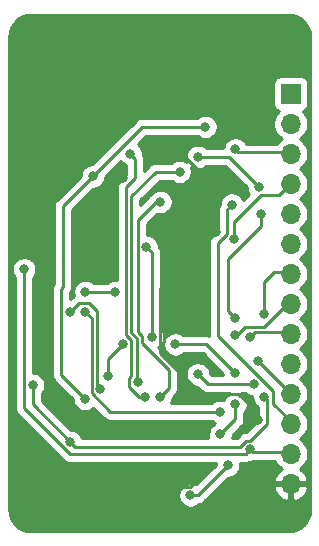
<source format=gbr>
%TF.GenerationSoftware,KiCad,Pcbnew,5.1.10*%
%TF.CreationDate,2021-09-10T11:26:47+02:00*%
%TF.ProjectId,PeltierSwitchingMainBoard_control,50656c74-6965-4725-9377-69746368696e,rev?*%
%TF.SameCoordinates,Original*%
%TF.FileFunction,Copper,L2,Bot*%
%TF.FilePolarity,Positive*%
%FSLAX46Y46*%
G04 Gerber Fmt 4.6, Leading zero omitted, Abs format (unit mm)*
G04 Created by KiCad (PCBNEW 5.1.10) date 2021-09-10 11:26:47*
%MOMM*%
%LPD*%
G01*
G04 APERTURE LIST*
%TA.AperFunction,ComponentPad*%
%ADD10O,1.700000X1.700000*%
%TD*%
%TA.AperFunction,ComponentPad*%
%ADD11R,1.700000X1.700000*%
%TD*%
%TA.AperFunction,ViaPad*%
%ADD12C,0.800000*%
%TD*%
%TA.AperFunction,Conductor*%
%ADD13C,0.250000*%
%TD*%
%TA.AperFunction,Conductor*%
%ADD14C,0.254000*%
%TD*%
%TA.AperFunction,Conductor*%
%ADD15C,0.100000*%
%TD*%
G04 APERTURE END LIST*
D10*
%TO.P,J4,14*%
%TO.N,GND*%
X86614000Y-77216000D03*
%TO.P,J4,13*%
%TO.N,+12V*%
X86614000Y-74676000D03*
%TO.P,J4,12*%
%TO.N,/VSense*%
X86614000Y-72136000D03*
%TO.P,J4,11*%
%TO.N,+12V*%
X86614000Y-69596000D03*
%TO.P,J4,10*%
%TO.N,/BHS*%
X86614000Y-67056000D03*
%TO.P,J4,9*%
%TO.N,/BLS*%
X86614000Y-64516000D03*
%TO.P,J4,8*%
%TO.N,/BLO*%
X86614000Y-61976000D03*
%TO.P,J4,7*%
%TO.N,/BHO*%
X86614000Y-59436000D03*
%TO.P,J4,6*%
%TO.N,/BHB*%
X86614000Y-56896000D03*
%TO.P,J4,5*%
%TO.N,/ALS*%
X86614000Y-54356000D03*
%TO.P,J4,4*%
%TO.N,/ALO*%
X86614000Y-51816000D03*
%TO.P,J4,3*%
%TO.N,/AHO*%
X86614000Y-49276000D03*
%TO.P,J4,2*%
%TO.N,/AHS*%
X86614000Y-46736000D03*
D11*
%TO.P,J4,1*%
%TO.N,/AHB*%
X86614000Y-44196000D03*
%TD*%
D12*
%TO.N,GND*%
X71755000Y-77470000D03*
X80302516Y-55880000D03*
X83835602Y-71813139D03*
X79375000Y-76200000D03*
X75105000Y-49217270D03*
X80290000Y-50800000D03*
X68453000Y-55245000D03*
X72390000Y-51308000D03*
%TO.N,+12V*%
X80645000Y-73025000D03*
X83185000Y-74295006D03*
X81915000Y-70485000D03*
X81915000Y-67855740D03*
X76835000Y-65405000D03*
X64045000Y-59055000D03*
X69215000Y-60960000D03*
X71755000Y-60960000D03*
X83820000Y-66802000D03*
%TO.N,/BHS*%
X69215000Y-62660010D03*
X80627093Y-71120000D03*
%TO.N,/BHB*%
X64770000Y-68872500D03*
X67945000Y-73660000D03*
X84384965Y-69849992D03*
%TO.N,/AHS*%
X81915000Y-63207500D03*
X84059835Y-54370165D03*
%TO.N,/AHB*%
X78105199Y-78195009D03*
X81280000Y-75655010D03*
%TO.N,/VSense*%
X81614581Y-53578504D03*
%TO.N,/IN-*%
X75565000Y-69850000D03*
X75565000Y-53340000D03*
%TO.N,/IN+*%
X74295000Y-69850000D03*
X73025000Y-49275998D03*
%TO.N,/Disable*%
X77190000Y-50800000D03*
X73660000Y-68580000D03*
%TO.N,/HEN*%
X79375000Y-46990000D03*
X69195469Y-70017914D03*
X69850000Y-51180998D03*
%TO.N,/BLS*%
X83185010Y-64770000D03*
X71170908Y-68098355D03*
X72389998Y-65405000D03*
%TO.N,/BLO*%
X81915000Y-64619990D03*
X74840000Y-64770000D03*
X74385000Y-57150000D03*
%TO.N,/BHO*%
X67945000Y-62660000D03*
X84384959Y-62865000D03*
X78740000Y-67945000D03*
X70485000Y-69215000D03*
X83516340Y-68793660D03*
%TO.N,/ALS*%
X78740000Y-49530000D03*
X83910000Y-52070000D03*
%TO.N,/ALO*%
X81825000Y-56515000D03*
%TO.N,/AHO*%
X81915000Y-48895000D03*
%TD*%
D13*
%TO.N,GND*%
X71755000Y-77470000D02*
X78105000Y-77470000D01*
X78105000Y-77470000D02*
X79375000Y-76200000D01*
X75565000Y-66130143D02*
X79027246Y-69592389D01*
X75565000Y-60617516D02*
X75565000Y-66130143D01*
X82180537Y-69592389D02*
X83835602Y-71247454D01*
X80302516Y-55880000D02*
X75565000Y-60617516D01*
X79027246Y-69592389D02*
X82180537Y-69592389D01*
X83835602Y-71247454D02*
X83835602Y-71813139D01*
X78936998Y-50800000D02*
X80290000Y-50800000D01*
X77354268Y-49217270D02*
X78936998Y-50800000D01*
X75105000Y-49217270D02*
X77354268Y-49217270D01*
X68453000Y-55245000D02*
X72390000Y-51308000D01*
%TO.N,+12V*%
X83454994Y-74565000D02*
X83185000Y-74295006D01*
X86684999Y-74565000D02*
X83454994Y-74565000D01*
X81915000Y-71755000D02*
X81915000Y-70485000D01*
X80645000Y-73025000D02*
X81915000Y-71755000D01*
X79464260Y-65405000D02*
X76835000Y-65405000D01*
X81915000Y-67855740D02*
X79464260Y-65405000D01*
X64044999Y-70833001D02*
X64044999Y-59145001D01*
X67907003Y-74695005D02*
X64044999Y-70833001D01*
X82785001Y-74695005D02*
X67907003Y-74695005D01*
X83185000Y-74295006D02*
X82785001Y-74695005D01*
X64045000Y-59145000D02*
X64045000Y-59055000D01*
X64044999Y-59145001D02*
X64045000Y-59145000D01*
X69215000Y-60960000D02*
X71755000Y-60960000D01*
X86614000Y-69596000D02*
X83820000Y-66802000D01*
%TO.N,/BHS*%
X69215000Y-62660010D02*
X69759999Y-63205009D01*
X71316998Y-71120000D02*
X80627093Y-71120000D01*
X69759999Y-63205009D02*
X69759999Y-69563001D01*
X69759999Y-69563001D02*
X71316998Y-71120000D01*
%TO.N,/BHB*%
X64770000Y-70485000D02*
X67945000Y-73660000D01*
X64770000Y-68872500D02*
X64770000Y-70485000D01*
X82836999Y-73569999D02*
X83151746Y-73569999D01*
X84585018Y-70050045D02*
X84384965Y-69849992D01*
X68344999Y-74059999D02*
X82346999Y-74059999D01*
X67945000Y-73660000D02*
X68344999Y-74059999D01*
X84585018Y-72136727D02*
X84585018Y-70050045D01*
X82346999Y-74059999D02*
X82836999Y-73569999D01*
X83151746Y-73569999D02*
X84585018Y-72136727D01*
%TO.N,/AHS*%
X81280000Y-58195353D02*
X84059835Y-55415518D01*
X81280000Y-62572500D02*
X81280000Y-58195353D01*
X84059835Y-55415518D02*
X84059835Y-54370165D01*
X81915000Y-63207500D02*
X81280000Y-62572500D01*
%TO.N,/AHB*%
X78740001Y-78195009D02*
X81280000Y-75655010D01*
X78105199Y-78195009D02*
X78740001Y-78195009D01*
%TO.N,/VSense*%
X81214582Y-56040922D02*
X81214582Y-53978503D01*
X80409999Y-56845505D02*
X81214582Y-56040922D01*
X86684999Y-72025000D02*
X85109989Y-70449990D01*
X80409999Y-64661999D02*
X80409999Y-56845505D01*
X85109989Y-69361989D02*
X80409999Y-64661999D01*
X85109989Y-70449990D02*
X85109989Y-69361989D01*
X81214582Y-53978503D02*
X81614581Y-53578504D01*
%TO.N,/IN-*%
X76290002Y-69124998D02*
X75565000Y-69850000D01*
X76290002Y-67596998D02*
X76290002Y-69124998D01*
X73660000Y-64329175D02*
X74015025Y-64684199D01*
X73660000Y-54864000D02*
X73660000Y-64329175D01*
X74015025Y-65322021D02*
X76290002Y-67596998D01*
X75184000Y-53340000D02*
X73660000Y-54864000D01*
X74015025Y-64684199D02*
X74015025Y-65322021D01*
X75565000Y-53340000D02*
X75184000Y-53340000D01*
%TO.N,/IN+*%
X73424999Y-51346003D02*
X73424999Y-49675997D01*
X72664989Y-64606985D02*
X72664989Y-52106013D01*
X73115003Y-65056999D02*
X72664989Y-64606985D01*
X73115003Y-68051993D02*
X73115003Y-65056999D01*
X73424999Y-49675997D02*
X73025000Y-49275998D01*
X73729315Y-69850000D02*
X72934998Y-69055683D01*
X72934998Y-69055683D02*
X72934998Y-68231998D01*
X72664989Y-52106013D02*
X73424999Y-51346003D01*
X74295000Y-69850000D02*
X73729315Y-69850000D01*
X72934998Y-68231998D02*
X73115003Y-68051993D01*
%TO.N,/Disable*%
X73565014Y-68485014D02*
X73660000Y-68580000D01*
X77190000Y-50800000D02*
X75184000Y-50800000D01*
X73115000Y-52869000D02*
X73115000Y-64420585D01*
X75184000Y-50800000D02*
X73115000Y-52869000D01*
X73565014Y-64870599D02*
X73565014Y-68485014D01*
X73115000Y-64420585D02*
X73565014Y-64870599D01*
%TO.N,/HEN*%
X74040998Y-46990000D02*
X69850000Y-51180998D01*
X79375000Y-46990000D02*
X74040998Y-46990000D01*
X67310000Y-53720998D02*
X69850000Y-51180998D01*
X67310000Y-60579000D02*
X67310000Y-53720998D01*
X67183000Y-60706000D02*
X67310000Y-60579000D01*
X67183000Y-68005445D02*
X67183000Y-60706000D01*
X69195469Y-70017914D02*
X67183000Y-68005445D01*
%TO.N,/BLS*%
X86684999Y-64405000D02*
X83550010Y-64405000D01*
X83550010Y-64405000D02*
X83185010Y-64770000D01*
X71170908Y-68098355D02*
X71170908Y-66624090D01*
X71170908Y-66624090D02*
X72389998Y-65405000D01*
%TO.N,/BLO*%
X84345009Y-63954990D02*
X82730010Y-63954990D01*
X86434999Y-61865000D02*
X84345009Y-63954990D01*
X86684999Y-61865000D02*
X86434999Y-61865000D01*
X82065010Y-64619990D02*
X81915000Y-64619990D01*
X82730010Y-63954990D02*
X82065010Y-64619990D01*
X74840000Y-57605000D02*
X74385000Y-57150000D01*
X74840000Y-64770000D02*
X74840000Y-57605000D01*
%TO.N,/BHO*%
X84384959Y-60125040D02*
X84384959Y-62865000D01*
X85184999Y-59325000D02*
X84384959Y-60125040D01*
X86684999Y-59325000D02*
X85184999Y-59325000D01*
X70210010Y-68940010D02*
X70485000Y-69215000D01*
X70210010Y-62582004D02*
X70210010Y-68940010D01*
X68670011Y-61934989D02*
X69562995Y-61934989D01*
X69562995Y-61934989D02*
X70210010Y-62582004D01*
X67945000Y-62660000D02*
X68670011Y-61934989D01*
X78740000Y-67945000D02*
X79588660Y-68793660D01*
X79588660Y-68793660D02*
X83516340Y-68793660D01*
%TO.N,/ALS*%
X81370000Y-49530000D02*
X83910000Y-52070000D01*
X78740000Y-49530000D02*
X81370000Y-49530000D01*
%TO.N,/ALO*%
X81825000Y-55064999D02*
X81825000Y-56515000D01*
X84094997Y-52795002D02*
X81825000Y-55064999D01*
X85594997Y-52795002D02*
X84094997Y-52795002D01*
X86684999Y-51705000D02*
X85594997Y-52795002D01*
%TO.N,/AHO*%
X82185000Y-49165000D02*
X81915000Y-48895000D01*
X86684999Y-49165000D02*
X82185000Y-49165000D01*
%TD*%
D14*
%TO.N,GND*%
X86724545Y-37528909D02*
X87075208Y-37634780D01*
X87398625Y-37806744D01*
X87682484Y-38038254D01*
X87915965Y-38320486D01*
X88090183Y-38642695D01*
X88198502Y-38992614D01*
X88240000Y-39387443D01*
X88240001Y-79342711D01*
X88201091Y-79739545D01*
X88095220Y-80090206D01*
X87923257Y-80413623D01*
X87691748Y-80697482D01*
X87409514Y-80930965D01*
X87087304Y-81105184D01*
X86737385Y-81213502D01*
X86342557Y-81255000D01*
X64675279Y-81255000D01*
X64278455Y-81216091D01*
X63927794Y-81110220D01*
X63604377Y-80938257D01*
X63320518Y-80706748D01*
X63087035Y-80424514D01*
X62912816Y-80102304D01*
X62804498Y-79752385D01*
X62763000Y-79357557D01*
X62763000Y-58953061D01*
X63010000Y-58953061D01*
X63010000Y-59156939D01*
X63049774Y-59356898D01*
X63127795Y-59545256D01*
X63241063Y-59714774D01*
X63285000Y-59758711D01*
X63284999Y-70795679D01*
X63281323Y-70833001D01*
X63284999Y-70870323D01*
X63284999Y-70870333D01*
X63295996Y-70981986D01*
X63337861Y-71119999D01*
X63339453Y-71125247D01*
X63410025Y-71257277D01*
X63436008Y-71288937D01*
X63504998Y-71373002D01*
X63534002Y-71396805D01*
X67343208Y-75206013D01*
X67367002Y-75235006D01*
X67395995Y-75258800D01*
X67395999Y-75258804D01*
X67434295Y-75290232D01*
X67482727Y-75329979D01*
X67614756Y-75400551D01*
X67758017Y-75444008D01*
X67869670Y-75455005D01*
X67869679Y-75455005D01*
X67907002Y-75458681D01*
X67944325Y-75455005D01*
X80264506Y-75455005D01*
X80245000Y-75553071D01*
X80245000Y-75615208D01*
X78586227Y-77273982D01*
X78407097Y-77199783D01*
X78207138Y-77160009D01*
X78003260Y-77160009D01*
X77803301Y-77199783D01*
X77614943Y-77277804D01*
X77445425Y-77391072D01*
X77301262Y-77535235D01*
X77187994Y-77704753D01*
X77109973Y-77893111D01*
X77070199Y-78093070D01*
X77070199Y-78296948D01*
X77109973Y-78496907D01*
X77187994Y-78685265D01*
X77301262Y-78854783D01*
X77445425Y-78998946D01*
X77614943Y-79112214D01*
X77803301Y-79190235D01*
X78003260Y-79230009D01*
X78207138Y-79230009D01*
X78407097Y-79190235D01*
X78595455Y-79112214D01*
X78764973Y-78998946D01*
X78812360Y-78951559D01*
X78888987Y-78944012D01*
X79032248Y-78900555D01*
X79164277Y-78829983D01*
X79280002Y-78735010D01*
X79303805Y-78706006D01*
X80436921Y-77572890D01*
X85172524Y-77572890D01*
X85217175Y-77720099D01*
X85342359Y-77982920D01*
X85516412Y-78216269D01*
X85732645Y-78411178D01*
X85982748Y-78560157D01*
X86257109Y-78657481D01*
X86487000Y-78536814D01*
X86487000Y-77343000D01*
X86741000Y-77343000D01*
X86741000Y-78536814D01*
X86970891Y-78657481D01*
X87245252Y-78560157D01*
X87495355Y-78411178D01*
X87711588Y-78216269D01*
X87885641Y-77982920D01*
X88010825Y-77720099D01*
X88055476Y-77572890D01*
X87934155Y-77343000D01*
X86741000Y-77343000D01*
X86487000Y-77343000D01*
X85293845Y-77343000D01*
X85172524Y-77572890D01*
X80436921Y-77572890D01*
X81319802Y-76690010D01*
X81381939Y-76690010D01*
X81581898Y-76650236D01*
X81770256Y-76572215D01*
X81939774Y-76458947D01*
X82083937Y-76314784D01*
X82197205Y-76145266D01*
X82275226Y-75956908D01*
X82315000Y-75756949D01*
X82315000Y-75553071D01*
X82295494Y-75455005D01*
X82747679Y-75455005D01*
X82785001Y-75458681D01*
X82822323Y-75455005D01*
X82822334Y-75455005D01*
X82933987Y-75444008D01*
X83077248Y-75400551D01*
X83209226Y-75330006D01*
X83286939Y-75330006D01*
X83347063Y-75318047D01*
X83417661Y-75325000D01*
X83417670Y-75325000D01*
X83454993Y-75328676D01*
X83492316Y-75325000D01*
X85275472Y-75325000D01*
X85298010Y-75379411D01*
X85460525Y-75622632D01*
X85667368Y-75829475D01*
X85849534Y-75951195D01*
X85732645Y-76020822D01*
X85516412Y-76215731D01*
X85342359Y-76449080D01*
X85217175Y-76711901D01*
X85172524Y-76859110D01*
X85293845Y-77089000D01*
X86487000Y-77089000D01*
X86487000Y-77069000D01*
X86741000Y-77069000D01*
X86741000Y-77089000D01*
X87934155Y-77089000D01*
X88055476Y-76859110D01*
X88010825Y-76711901D01*
X87885641Y-76449080D01*
X87711588Y-76215731D01*
X87495355Y-76020822D01*
X87378466Y-75951195D01*
X87560632Y-75829475D01*
X87767475Y-75622632D01*
X87929990Y-75379411D01*
X88041932Y-75109158D01*
X88099000Y-74822260D01*
X88099000Y-74529740D01*
X88041932Y-74242842D01*
X87929990Y-73972589D01*
X87767475Y-73729368D01*
X87560632Y-73522525D01*
X87386240Y-73406000D01*
X87560632Y-73289475D01*
X87767475Y-73082632D01*
X87929990Y-72839411D01*
X88041932Y-72569158D01*
X88099000Y-72282260D01*
X88099000Y-71989740D01*
X88041932Y-71702842D01*
X87929990Y-71432589D01*
X87767475Y-71189368D01*
X87560632Y-70982525D01*
X87386240Y-70866000D01*
X87560632Y-70749475D01*
X87767475Y-70542632D01*
X87929990Y-70299411D01*
X88041932Y-70029158D01*
X88099000Y-69742260D01*
X88099000Y-69449740D01*
X88041932Y-69162842D01*
X87929990Y-68892589D01*
X87767475Y-68649368D01*
X87560632Y-68442525D01*
X87386240Y-68326000D01*
X87560632Y-68209475D01*
X87767475Y-68002632D01*
X87929990Y-67759411D01*
X88041932Y-67489158D01*
X88099000Y-67202260D01*
X88099000Y-66909740D01*
X88041932Y-66622842D01*
X87929990Y-66352589D01*
X87767475Y-66109368D01*
X87560632Y-65902525D01*
X87386240Y-65786000D01*
X87560632Y-65669475D01*
X87767475Y-65462632D01*
X87929990Y-65219411D01*
X88041932Y-64949158D01*
X88099000Y-64662260D01*
X88099000Y-64369740D01*
X88041932Y-64082842D01*
X87929990Y-63812589D01*
X87767475Y-63569368D01*
X87560632Y-63362525D01*
X87386240Y-63246000D01*
X87560632Y-63129475D01*
X87767475Y-62922632D01*
X87929990Y-62679411D01*
X88041932Y-62409158D01*
X88099000Y-62122260D01*
X88099000Y-61829740D01*
X88041932Y-61542842D01*
X87929990Y-61272589D01*
X87767475Y-61029368D01*
X87560632Y-60822525D01*
X87386240Y-60706000D01*
X87560632Y-60589475D01*
X87767475Y-60382632D01*
X87929990Y-60139411D01*
X88041932Y-59869158D01*
X88099000Y-59582260D01*
X88099000Y-59289740D01*
X88041932Y-59002842D01*
X87929990Y-58732589D01*
X87767475Y-58489368D01*
X87560632Y-58282525D01*
X87386240Y-58166000D01*
X87560632Y-58049475D01*
X87767475Y-57842632D01*
X87929990Y-57599411D01*
X88041932Y-57329158D01*
X88099000Y-57042260D01*
X88099000Y-56749740D01*
X88041932Y-56462842D01*
X87929990Y-56192589D01*
X87767475Y-55949368D01*
X87560632Y-55742525D01*
X87386240Y-55626000D01*
X87560632Y-55509475D01*
X87767475Y-55302632D01*
X87929990Y-55059411D01*
X88041932Y-54789158D01*
X88099000Y-54502260D01*
X88099000Y-54209740D01*
X88041932Y-53922842D01*
X87929990Y-53652589D01*
X87767475Y-53409368D01*
X87560632Y-53202525D01*
X87386240Y-53086000D01*
X87560632Y-52969475D01*
X87767475Y-52762632D01*
X87929990Y-52519411D01*
X88041932Y-52249158D01*
X88099000Y-51962260D01*
X88099000Y-51669740D01*
X88041932Y-51382842D01*
X87929990Y-51112589D01*
X87767475Y-50869368D01*
X87560632Y-50662525D01*
X87386240Y-50546000D01*
X87560632Y-50429475D01*
X87767475Y-50222632D01*
X87929990Y-49979411D01*
X88041932Y-49709158D01*
X88099000Y-49422260D01*
X88099000Y-49129740D01*
X88041932Y-48842842D01*
X87929990Y-48572589D01*
X87767475Y-48329368D01*
X87560632Y-48122525D01*
X87386240Y-48006000D01*
X87560632Y-47889475D01*
X87767475Y-47682632D01*
X87929990Y-47439411D01*
X88041932Y-47169158D01*
X88099000Y-46882260D01*
X88099000Y-46589740D01*
X88041932Y-46302842D01*
X87929990Y-46032589D01*
X87767475Y-45789368D01*
X87635620Y-45657513D01*
X87708180Y-45635502D01*
X87818494Y-45576537D01*
X87915185Y-45497185D01*
X87994537Y-45400494D01*
X88053502Y-45290180D01*
X88089812Y-45170482D01*
X88102072Y-45046000D01*
X88102072Y-43346000D01*
X88089812Y-43221518D01*
X88053502Y-43101820D01*
X87994537Y-42991506D01*
X87915185Y-42894815D01*
X87818494Y-42815463D01*
X87708180Y-42756498D01*
X87588482Y-42720188D01*
X87464000Y-42707928D01*
X85764000Y-42707928D01*
X85639518Y-42720188D01*
X85519820Y-42756498D01*
X85409506Y-42815463D01*
X85312815Y-42894815D01*
X85233463Y-42991506D01*
X85174498Y-43101820D01*
X85138188Y-43221518D01*
X85125928Y-43346000D01*
X85125928Y-45046000D01*
X85138188Y-45170482D01*
X85174498Y-45290180D01*
X85233463Y-45400494D01*
X85312815Y-45497185D01*
X85409506Y-45576537D01*
X85519820Y-45635502D01*
X85592380Y-45657513D01*
X85460525Y-45789368D01*
X85298010Y-46032589D01*
X85186068Y-46302842D01*
X85129000Y-46589740D01*
X85129000Y-46882260D01*
X85186068Y-47169158D01*
X85298010Y-47439411D01*
X85460525Y-47682632D01*
X85667368Y-47889475D01*
X85841760Y-48006000D01*
X85667368Y-48122525D01*
X85460525Y-48329368D01*
X85409989Y-48405000D01*
X82832311Y-48405000D01*
X82832205Y-48404744D01*
X82718937Y-48235226D01*
X82574774Y-48091063D01*
X82405256Y-47977795D01*
X82216898Y-47899774D01*
X82016939Y-47860000D01*
X81813061Y-47860000D01*
X81613102Y-47899774D01*
X81424744Y-47977795D01*
X81255226Y-48091063D01*
X81111063Y-48235226D01*
X80997795Y-48404744D01*
X80919774Y-48593102D01*
X80884587Y-48770000D01*
X79443711Y-48770000D01*
X79399774Y-48726063D01*
X79230256Y-48612795D01*
X79041898Y-48534774D01*
X78841939Y-48495000D01*
X78638061Y-48495000D01*
X78438102Y-48534774D01*
X78249744Y-48612795D01*
X78080226Y-48726063D01*
X77936063Y-48870226D01*
X77822795Y-49039744D01*
X77744774Y-49228102D01*
X77705000Y-49428061D01*
X77705000Y-49631939D01*
X77744774Y-49831898D01*
X77798614Y-49961879D01*
X77680256Y-49882795D01*
X77491898Y-49804774D01*
X77291939Y-49765000D01*
X77088061Y-49765000D01*
X76888102Y-49804774D01*
X76699744Y-49882795D01*
X76530226Y-49996063D01*
X76486289Y-50040000D01*
X75221323Y-50040000D01*
X75184000Y-50036324D01*
X75146677Y-50040000D01*
X75146667Y-50040000D01*
X75035014Y-50050997D01*
X74891753Y-50094454D01*
X74759724Y-50165026D01*
X74643999Y-50259999D01*
X74620201Y-50288997D01*
X74184999Y-50724199D01*
X74184999Y-49713319D01*
X74188675Y-49675996D01*
X74184999Y-49638674D01*
X74184999Y-49638664D01*
X74174002Y-49527011D01*
X74130545Y-49383750D01*
X74060000Y-49251772D01*
X74060000Y-49174059D01*
X74020226Y-48974100D01*
X73942205Y-48785742D01*
X73828937Y-48616224D01*
X73684774Y-48472061D01*
X73654181Y-48451619D01*
X74355800Y-47750000D01*
X78671289Y-47750000D01*
X78715226Y-47793937D01*
X78884744Y-47907205D01*
X79073102Y-47985226D01*
X79273061Y-48025000D01*
X79476939Y-48025000D01*
X79676898Y-47985226D01*
X79865256Y-47907205D01*
X80034774Y-47793937D01*
X80178937Y-47649774D01*
X80292205Y-47480256D01*
X80370226Y-47291898D01*
X80410000Y-47091939D01*
X80410000Y-46888061D01*
X80370226Y-46688102D01*
X80292205Y-46499744D01*
X80178937Y-46330226D01*
X80034774Y-46186063D01*
X79865256Y-46072795D01*
X79676898Y-45994774D01*
X79476939Y-45955000D01*
X79273061Y-45955000D01*
X79073102Y-45994774D01*
X78884744Y-46072795D01*
X78715226Y-46186063D01*
X78671289Y-46230000D01*
X74078320Y-46230000D01*
X74040997Y-46226324D01*
X74003674Y-46230000D01*
X74003665Y-46230000D01*
X73892012Y-46240997D01*
X73748751Y-46284454D01*
X73616722Y-46355026D01*
X73500997Y-46449999D01*
X73477199Y-46478997D01*
X69810199Y-50145998D01*
X69748061Y-50145998D01*
X69548102Y-50185772D01*
X69359744Y-50263793D01*
X69190226Y-50377061D01*
X69046063Y-50521224D01*
X68932795Y-50690742D01*
X68854774Y-50879100D01*
X68815000Y-51079059D01*
X68815000Y-51141195D01*
X66798998Y-53157199D01*
X66770000Y-53180997D01*
X66746202Y-53209995D01*
X66746201Y-53209996D01*
X66675026Y-53296722D01*
X66604454Y-53428752D01*
X66589951Y-53476565D01*
X66560998Y-53572012D01*
X66557602Y-53606488D01*
X66546324Y-53720998D01*
X66550001Y-53758330D01*
X66550000Y-60279319D01*
X66548026Y-60281724D01*
X66477454Y-60413754D01*
X66454023Y-60491000D01*
X66433998Y-60557014D01*
X66430801Y-60589475D01*
X66419324Y-60706000D01*
X66423001Y-60743332D01*
X66423000Y-67968122D01*
X66419324Y-68005445D01*
X66423000Y-68042767D01*
X66423000Y-68042777D01*
X66433997Y-68154430D01*
X66472893Y-68282656D01*
X66477454Y-68297691D01*
X66548026Y-68429721D01*
X66569595Y-68456002D01*
X66642999Y-68545446D01*
X66672003Y-68569249D01*
X68160469Y-70057716D01*
X68160469Y-70119853D01*
X68200243Y-70319812D01*
X68278264Y-70508170D01*
X68391532Y-70677688D01*
X68535695Y-70821851D01*
X68705213Y-70935119D01*
X68893571Y-71013140D01*
X69093530Y-71052914D01*
X69297408Y-71052914D01*
X69497367Y-71013140D01*
X69685725Y-70935119D01*
X69855243Y-70821851D01*
X69899645Y-70777449D01*
X70753199Y-71631003D01*
X70776997Y-71660001D01*
X70805995Y-71683799D01*
X70892721Y-71754974D01*
X71024751Y-71825546D01*
X71168012Y-71869003D01*
X71279665Y-71880000D01*
X71279674Y-71880000D01*
X71316997Y-71883676D01*
X71354320Y-71880000D01*
X79923382Y-71880000D01*
X79967319Y-71923937D01*
X80136837Y-72037205D01*
X80231000Y-72076209D01*
X80154744Y-72107795D01*
X79985226Y-72221063D01*
X79841063Y-72365226D01*
X79727795Y-72534744D01*
X79649774Y-72723102D01*
X79610000Y-72923061D01*
X79610000Y-73126939D01*
X79644423Y-73299999D01*
X68916159Y-73299999D01*
X68862205Y-73169744D01*
X68748937Y-73000226D01*
X68604774Y-72856063D01*
X68435256Y-72742795D01*
X68246898Y-72664774D01*
X68046939Y-72625000D01*
X67984802Y-72625000D01*
X65530000Y-70170199D01*
X65530000Y-69576211D01*
X65573937Y-69532274D01*
X65687205Y-69362756D01*
X65765226Y-69174398D01*
X65805000Y-68974439D01*
X65805000Y-68770561D01*
X65765226Y-68570602D01*
X65687205Y-68382244D01*
X65573937Y-68212726D01*
X65429774Y-68068563D01*
X65260256Y-67955295D01*
X65071898Y-67877274D01*
X64871939Y-67837500D01*
X64804999Y-67837500D01*
X64804999Y-59758712D01*
X64848937Y-59714774D01*
X64962205Y-59545256D01*
X65040226Y-59356898D01*
X65080000Y-59156939D01*
X65080000Y-58953061D01*
X65040226Y-58753102D01*
X64962205Y-58564744D01*
X64848937Y-58395226D01*
X64704774Y-58251063D01*
X64535256Y-58137795D01*
X64346898Y-58059774D01*
X64146939Y-58020000D01*
X63943061Y-58020000D01*
X63743102Y-58059774D01*
X63554744Y-58137795D01*
X63385226Y-58251063D01*
X63241063Y-58395226D01*
X63127795Y-58564744D01*
X63049774Y-58753102D01*
X63010000Y-58953061D01*
X62763000Y-58953061D01*
X62763000Y-39402279D01*
X62801909Y-39005455D01*
X62907780Y-38654792D01*
X63079744Y-38331375D01*
X63311254Y-38047516D01*
X63593486Y-37814035D01*
X63915695Y-37639817D01*
X64265614Y-37531498D01*
X64660443Y-37490000D01*
X86327721Y-37490000D01*
X86724545Y-37528909D01*
%TA.AperFunction,Conductor*%
D15*
G36*
X86724545Y-37528909D02*
G01*
X87075208Y-37634780D01*
X87398625Y-37806744D01*
X87682484Y-38038254D01*
X87915965Y-38320486D01*
X88090183Y-38642695D01*
X88198502Y-38992614D01*
X88240000Y-39387443D01*
X88240001Y-79342711D01*
X88201091Y-79739545D01*
X88095220Y-80090206D01*
X87923257Y-80413623D01*
X87691748Y-80697482D01*
X87409514Y-80930965D01*
X87087304Y-81105184D01*
X86737385Y-81213502D01*
X86342557Y-81255000D01*
X64675279Y-81255000D01*
X64278455Y-81216091D01*
X63927794Y-81110220D01*
X63604377Y-80938257D01*
X63320518Y-80706748D01*
X63087035Y-80424514D01*
X62912816Y-80102304D01*
X62804498Y-79752385D01*
X62763000Y-79357557D01*
X62763000Y-58953061D01*
X63010000Y-58953061D01*
X63010000Y-59156939D01*
X63049774Y-59356898D01*
X63127795Y-59545256D01*
X63241063Y-59714774D01*
X63285000Y-59758711D01*
X63284999Y-70795679D01*
X63281323Y-70833001D01*
X63284999Y-70870323D01*
X63284999Y-70870333D01*
X63295996Y-70981986D01*
X63337861Y-71119999D01*
X63339453Y-71125247D01*
X63410025Y-71257277D01*
X63436008Y-71288937D01*
X63504998Y-71373002D01*
X63534002Y-71396805D01*
X67343208Y-75206013D01*
X67367002Y-75235006D01*
X67395995Y-75258800D01*
X67395999Y-75258804D01*
X67434295Y-75290232D01*
X67482727Y-75329979D01*
X67614756Y-75400551D01*
X67758017Y-75444008D01*
X67869670Y-75455005D01*
X67869679Y-75455005D01*
X67907002Y-75458681D01*
X67944325Y-75455005D01*
X80264506Y-75455005D01*
X80245000Y-75553071D01*
X80245000Y-75615208D01*
X78586227Y-77273982D01*
X78407097Y-77199783D01*
X78207138Y-77160009D01*
X78003260Y-77160009D01*
X77803301Y-77199783D01*
X77614943Y-77277804D01*
X77445425Y-77391072D01*
X77301262Y-77535235D01*
X77187994Y-77704753D01*
X77109973Y-77893111D01*
X77070199Y-78093070D01*
X77070199Y-78296948D01*
X77109973Y-78496907D01*
X77187994Y-78685265D01*
X77301262Y-78854783D01*
X77445425Y-78998946D01*
X77614943Y-79112214D01*
X77803301Y-79190235D01*
X78003260Y-79230009D01*
X78207138Y-79230009D01*
X78407097Y-79190235D01*
X78595455Y-79112214D01*
X78764973Y-78998946D01*
X78812360Y-78951559D01*
X78888987Y-78944012D01*
X79032248Y-78900555D01*
X79164277Y-78829983D01*
X79280002Y-78735010D01*
X79303805Y-78706006D01*
X80436921Y-77572890D01*
X85172524Y-77572890D01*
X85217175Y-77720099D01*
X85342359Y-77982920D01*
X85516412Y-78216269D01*
X85732645Y-78411178D01*
X85982748Y-78560157D01*
X86257109Y-78657481D01*
X86487000Y-78536814D01*
X86487000Y-77343000D01*
X86741000Y-77343000D01*
X86741000Y-78536814D01*
X86970891Y-78657481D01*
X87245252Y-78560157D01*
X87495355Y-78411178D01*
X87711588Y-78216269D01*
X87885641Y-77982920D01*
X88010825Y-77720099D01*
X88055476Y-77572890D01*
X87934155Y-77343000D01*
X86741000Y-77343000D01*
X86487000Y-77343000D01*
X85293845Y-77343000D01*
X85172524Y-77572890D01*
X80436921Y-77572890D01*
X81319802Y-76690010D01*
X81381939Y-76690010D01*
X81581898Y-76650236D01*
X81770256Y-76572215D01*
X81939774Y-76458947D01*
X82083937Y-76314784D01*
X82197205Y-76145266D01*
X82275226Y-75956908D01*
X82315000Y-75756949D01*
X82315000Y-75553071D01*
X82295494Y-75455005D01*
X82747679Y-75455005D01*
X82785001Y-75458681D01*
X82822323Y-75455005D01*
X82822334Y-75455005D01*
X82933987Y-75444008D01*
X83077248Y-75400551D01*
X83209226Y-75330006D01*
X83286939Y-75330006D01*
X83347063Y-75318047D01*
X83417661Y-75325000D01*
X83417670Y-75325000D01*
X83454993Y-75328676D01*
X83492316Y-75325000D01*
X85275472Y-75325000D01*
X85298010Y-75379411D01*
X85460525Y-75622632D01*
X85667368Y-75829475D01*
X85849534Y-75951195D01*
X85732645Y-76020822D01*
X85516412Y-76215731D01*
X85342359Y-76449080D01*
X85217175Y-76711901D01*
X85172524Y-76859110D01*
X85293845Y-77089000D01*
X86487000Y-77089000D01*
X86487000Y-77069000D01*
X86741000Y-77069000D01*
X86741000Y-77089000D01*
X87934155Y-77089000D01*
X88055476Y-76859110D01*
X88010825Y-76711901D01*
X87885641Y-76449080D01*
X87711588Y-76215731D01*
X87495355Y-76020822D01*
X87378466Y-75951195D01*
X87560632Y-75829475D01*
X87767475Y-75622632D01*
X87929990Y-75379411D01*
X88041932Y-75109158D01*
X88099000Y-74822260D01*
X88099000Y-74529740D01*
X88041932Y-74242842D01*
X87929990Y-73972589D01*
X87767475Y-73729368D01*
X87560632Y-73522525D01*
X87386240Y-73406000D01*
X87560632Y-73289475D01*
X87767475Y-73082632D01*
X87929990Y-72839411D01*
X88041932Y-72569158D01*
X88099000Y-72282260D01*
X88099000Y-71989740D01*
X88041932Y-71702842D01*
X87929990Y-71432589D01*
X87767475Y-71189368D01*
X87560632Y-70982525D01*
X87386240Y-70866000D01*
X87560632Y-70749475D01*
X87767475Y-70542632D01*
X87929990Y-70299411D01*
X88041932Y-70029158D01*
X88099000Y-69742260D01*
X88099000Y-69449740D01*
X88041932Y-69162842D01*
X87929990Y-68892589D01*
X87767475Y-68649368D01*
X87560632Y-68442525D01*
X87386240Y-68326000D01*
X87560632Y-68209475D01*
X87767475Y-68002632D01*
X87929990Y-67759411D01*
X88041932Y-67489158D01*
X88099000Y-67202260D01*
X88099000Y-66909740D01*
X88041932Y-66622842D01*
X87929990Y-66352589D01*
X87767475Y-66109368D01*
X87560632Y-65902525D01*
X87386240Y-65786000D01*
X87560632Y-65669475D01*
X87767475Y-65462632D01*
X87929990Y-65219411D01*
X88041932Y-64949158D01*
X88099000Y-64662260D01*
X88099000Y-64369740D01*
X88041932Y-64082842D01*
X87929990Y-63812589D01*
X87767475Y-63569368D01*
X87560632Y-63362525D01*
X87386240Y-63246000D01*
X87560632Y-63129475D01*
X87767475Y-62922632D01*
X87929990Y-62679411D01*
X88041932Y-62409158D01*
X88099000Y-62122260D01*
X88099000Y-61829740D01*
X88041932Y-61542842D01*
X87929990Y-61272589D01*
X87767475Y-61029368D01*
X87560632Y-60822525D01*
X87386240Y-60706000D01*
X87560632Y-60589475D01*
X87767475Y-60382632D01*
X87929990Y-60139411D01*
X88041932Y-59869158D01*
X88099000Y-59582260D01*
X88099000Y-59289740D01*
X88041932Y-59002842D01*
X87929990Y-58732589D01*
X87767475Y-58489368D01*
X87560632Y-58282525D01*
X87386240Y-58166000D01*
X87560632Y-58049475D01*
X87767475Y-57842632D01*
X87929990Y-57599411D01*
X88041932Y-57329158D01*
X88099000Y-57042260D01*
X88099000Y-56749740D01*
X88041932Y-56462842D01*
X87929990Y-56192589D01*
X87767475Y-55949368D01*
X87560632Y-55742525D01*
X87386240Y-55626000D01*
X87560632Y-55509475D01*
X87767475Y-55302632D01*
X87929990Y-55059411D01*
X88041932Y-54789158D01*
X88099000Y-54502260D01*
X88099000Y-54209740D01*
X88041932Y-53922842D01*
X87929990Y-53652589D01*
X87767475Y-53409368D01*
X87560632Y-53202525D01*
X87386240Y-53086000D01*
X87560632Y-52969475D01*
X87767475Y-52762632D01*
X87929990Y-52519411D01*
X88041932Y-52249158D01*
X88099000Y-51962260D01*
X88099000Y-51669740D01*
X88041932Y-51382842D01*
X87929990Y-51112589D01*
X87767475Y-50869368D01*
X87560632Y-50662525D01*
X87386240Y-50546000D01*
X87560632Y-50429475D01*
X87767475Y-50222632D01*
X87929990Y-49979411D01*
X88041932Y-49709158D01*
X88099000Y-49422260D01*
X88099000Y-49129740D01*
X88041932Y-48842842D01*
X87929990Y-48572589D01*
X87767475Y-48329368D01*
X87560632Y-48122525D01*
X87386240Y-48006000D01*
X87560632Y-47889475D01*
X87767475Y-47682632D01*
X87929990Y-47439411D01*
X88041932Y-47169158D01*
X88099000Y-46882260D01*
X88099000Y-46589740D01*
X88041932Y-46302842D01*
X87929990Y-46032589D01*
X87767475Y-45789368D01*
X87635620Y-45657513D01*
X87708180Y-45635502D01*
X87818494Y-45576537D01*
X87915185Y-45497185D01*
X87994537Y-45400494D01*
X88053502Y-45290180D01*
X88089812Y-45170482D01*
X88102072Y-45046000D01*
X88102072Y-43346000D01*
X88089812Y-43221518D01*
X88053502Y-43101820D01*
X87994537Y-42991506D01*
X87915185Y-42894815D01*
X87818494Y-42815463D01*
X87708180Y-42756498D01*
X87588482Y-42720188D01*
X87464000Y-42707928D01*
X85764000Y-42707928D01*
X85639518Y-42720188D01*
X85519820Y-42756498D01*
X85409506Y-42815463D01*
X85312815Y-42894815D01*
X85233463Y-42991506D01*
X85174498Y-43101820D01*
X85138188Y-43221518D01*
X85125928Y-43346000D01*
X85125928Y-45046000D01*
X85138188Y-45170482D01*
X85174498Y-45290180D01*
X85233463Y-45400494D01*
X85312815Y-45497185D01*
X85409506Y-45576537D01*
X85519820Y-45635502D01*
X85592380Y-45657513D01*
X85460525Y-45789368D01*
X85298010Y-46032589D01*
X85186068Y-46302842D01*
X85129000Y-46589740D01*
X85129000Y-46882260D01*
X85186068Y-47169158D01*
X85298010Y-47439411D01*
X85460525Y-47682632D01*
X85667368Y-47889475D01*
X85841760Y-48006000D01*
X85667368Y-48122525D01*
X85460525Y-48329368D01*
X85409989Y-48405000D01*
X82832311Y-48405000D01*
X82832205Y-48404744D01*
X82718937Y-48235226D01*
X82574774Y-48091063D01*
X82405256Y-47977795D01*
X82216898Y-47899774D01*
X82016939Y-47860000D01*
X81813061Y-47860000D01*
X81613102Y-47899774D01*
X81424744Y-47977795D01*
X81255226Y-48091063D01*
X81111063Y-48235226D01*
X80997795Y-48404744D01*
X80919774Y-48593102D01*
X80884587Y-48770000D01*
X79443711Y-48770000D01*
X79399774Y-48726063D01*
X79230256Y-48612795D01*
X79041898Y-48534774D01*
X78841939Y-48495000D01*
X78638061Y-48495000D01*
X78438102Y-48534774D01*
X78249744Y-48612795D01*
X78080226Y-48726063D01*
X77936063Y-48870226D01*
X77822795Y-49039744D01*
X77744774Y-49228102D01*
X77705000Y-49428061D01*
X77705000Y-49631939D01*
X77744774Y-49831898D01*
X77798614Y-49961879D01*
X77680256Y-49882795D01*
X77491898Y-49804774D01*
X77291939Y-49765000D01*
X77088061Y-49765000D01*
X76888102Y-49804774D01*
X76699744Y-49882795D01*
X76530226Y-49996063D01*
X76486289Y-50040000D01*
X75221323Y-50040000D01*
X75184000Y-50036324D01*
X75146677Y-50040000D01*
X75146667Y-50040000D01*
X75035014Y-50050997D01*
X74891753Y-50094454D01*
X74759724Y-50165026D01*
X74643999Y-50259999D01*
X74620201Y-50288997D01*
X74184999Y-50724199D01*
X74184999Y-49713319D01*
X74188675Y-49675996D01*
X74184999Y-49638674D01*
X74184999Y-49638664D01*
X74174002Y-49527011D01*
X74130545Y-49383750D01*
X74060000Y-49251772D01*
X74060000Y-49174059D01*
X74020226Y-48974100D01*
X73942205Y-48785742D01*
X73828937Y-48616224D01*
X73684774Y-48472061D01*
X73654181Y-48451619D01*
X74355800Y-47750000D01*
X78671289Y-47750000D01*
X78715226Y-47793937D01*
X78884744Y-47907205D01*
X79073102Y-47985226D01*
X79273061Y-48025000D01*
X79476939Y-48025000D01*
X79676898Y-47985226D01*
X79865256Y-47907205D01*
X80034774Y-47793937D01*
X80178937Y-47649774D01*
X80292205Y-47480256D01*
X80370226Y-47291898D01*
X80410000Y-47091939D01*
X80410000Y-46888061D01*
X80370226Y-46688102D01*
X80292205Y-46499744D01*
X80178937Y-46330226D01*
X80034774Y-46186063D01*
X79865256Y-46072795D01*
X79676898Y-45994774D01*
X79476939Y-45955000D01*
X79273061Y-45955000D01*
X79073102Y-45994774D01*
X78884744Y-46072795D01*
X78715226Y-46186063D01*
X78671289Y-46230000D01*
X74078320Y-46230000D01*
X74040997Y-46226324D01*
X74003674Y-46230000D01*
X74003665Y-46230000D01*
X73892012Y-46240997D01*
X73748751Y-46284454D01*
X73616722Y-46355026D01*
X73500997Y-46449999D01*
X73477199Y-46478997D01*
X69810199Y-50145998D01*
X69748061Y-50145998D01*
X69548102Y-50185772D01*
X69359744Y-50263793D01*
X69190226Y-50377061D01*
X69046063Y-50521224D01*
X68932795Y-50690742D01*
X68854774Y-50879100D01*
X68815000Y-51079059D01*
X68815000Y-51141195D01*
X66798998Y-53157199D01*
X66770000Y-53180997D01*
X66746202Y-53209995D01*
X66746201Y-53209996D01*
X66675026Y-53296722D01*
X66604454Y-53428752D01*
X66589951Y-53476565D01*
X66560998Y-53572012D01*
X66557602Y-53606488D01*
X66546324Y-53720998D01*
X66550001Y-53758330D01*
X66550000Y-60279319D01*
X66548026Y-60281724D01*
X66477454Y-60413754D01*
X66454023Y-60491000D01*
X66433998Y-60557014D01*
X66430801Y-60589475D01*
X66419324Y-60706000D01*
X66423001Y-60743332D01*
X66423000Y-67968122D01*
X66419324Y-68005445D01*
X66423000Y-68042767D01*
X66423000Y-68042777D01*
X66433997Y-68154430D01*
X66472893Y-68282656D01*
X66477454Y-68297691D01*
X66548026Y-68429721D01*
X66569595Y-68456002D01*
X66642999Y-68545446D01*
X66672003Y-68569249D01*
X68160469Y-70057716D01*
X68160469Y-70119853D01*
X68200243Y-70319812D01*
X68278264Y-70508170D01*
X68391532Y-70677688D01*
X68535695Y-70821851D01*
X68705213Y-70935119D01*
X68893571Y-71013140D01*
X69093530Y-71052914D01*
X69297408Y-71052914D01*
X69497367Y-71013140D01*
X69685725Y-70935119D01*
X69855243Y-70821851D01*
X69899645Y-70777449D01*
X70753199Y-71631003D01*
X70776997Y-71660001D01*
X70805995Y-71683799D01*
X70892721Y-71754974D01*
X71024751Y-71825546D01*
X71168012Y-71869003D01*
X71279665Y-71880000D01*
X71279674Y-71880000D01*
X71316997Y-71883676D01*
X71354320Y-71880000D01*
X79923382Y-71880000D01*
X79967319Y-71923937D01*
X80136837Y-72037205D01*
X80231000Y-72076209D01*
X80154744Y-72107795D01*
X79985226Y-72221063D01*
X79841063Y-72365226D01*
X79727795Y-72534744D01*
X79649774Y-72723102D01*
X79610000Y-72923061D01*
X79610000Y-73126939D01*
X79644423Y-73299999D01*
X68916159Y-73299999D01*
X68862205Y-73169744D01*
X68748937Y-73000226D01*
X68604774Y-72856063D01*
X68435256Y-72742795D01*
X68246898Y-72664774D01*
X68046939Y-72625000D01*
X67984802Y-72625000D01*
X65530000Y-70170199D01*
X65530000Y-69576211D01*
X65573937Y-69532274D01*
X65687205Y-69362756D01*
X65765226Y-69174398D01*
X65805000Y-68974439D01*
X65805000Y-68770561D01*
X65765226Y-68570602D01*
X65687205Y-68382244D01*
X65573937Y-68212726D01*
X65429774Y-68068563D01*
X65260256Y-67955295D01*
X65071898Y-67877274D01*
X64871939Y-67837500D01*
X64804999Y-67837500D01*
X64804999Y-59758712D01*
X64848937Y-59714774D01*
X64962205Y-59545256D01*
X65040226Y-59356898D01*
X65080000Y-59156939D01*
X65080000Y-58953061D01*
X65040226Y-58753102D01*
X64962205Y-58564744D01*
X64848937Y-58395226D01*
X64704774Y-58251063D01*
X64535256Y-58137795D01*
X64346898Y-58059774D01*
X64146939Y-58020000D01*
X63943061Y-58020000D01*
X63743102Y-58059774D01*
X63554744Y-58137795D01*
X63385226Y-58251063D01*
X63241063Y-58395226D01*
X63127795Y-58564744D01*
X63049774Y-58753102D01*
X63010000Y-58953061D01*
X62763000Y-58953061D01*
X62763000Y-39402279D01*
X62801909Y-39005455D01*
X62907780Y-38654792D01*
X63079744Y-38331375D01*
X63311254Y-38047516D01*
X63593486Y-37814035D01*
X63915695Y-37639817D01*
X64265614Y-37531498D01*
X64660443Y-37490000D01*
X86327721Y-37490000D01*
X86724545Y-37528909D01*
G37*
%TD.AperFunction*%
D14*
X82856566Y-69597597D02*
X83026084Y-69710865D01*
X83214442Y-69788886D01*
X83349965Y-69815843D01*
X83349965Y-69951931D01*
X83389739Y-70151890D01*
X83467760Y-70340248D01*
X83581028Y-70509766D01*
X83725191Y-70653929D01*
X83825019Y-70720632D01*
X83825018Y-71821925D01*
X82840296Y-72806648D01*
X82836999Y-72806323D01*
X82799674Y-72809999D01*
X82799666Y-72809999D01*
X82688013Y-72820996D01*
X82544752Y-72864453D01*
X82412723Y-72935025D01*
X82296998Y-73029998D01*
X82273195Y-73059002D01*
X82032198Y-73299999D01*
X81645577Y-73299999D01*
X81680000Y-73126939D01*
X81680000Y-73064801D01*
X82426004Y-72318798D01*
X82455001Y-72295001D01*
X82549974Y-72179276D01*
X82620546Y-72047247D01*
X82664003Y-71903986D01*
X82675000Y-71792333D01*
X82675000Y-71792324D01*
X82678676Y-71755001D01*
X82675000Y-71717678D01*
X82675000Y-71188711D01*
X82718937Y-71144774D01*
X82832205Y-70975256D01*
X82910226Y-70786898D01*
X82950000Y-70586939D01*
X82950000Y-70383061D01*
X82910226Y-70183102D01*
X82832205Y-69994744D01*
X82718937Y-69825226D01*
X82574774Y-69681063D01*
X82405256Y-69567795D01*
X82371131Y-69553660D01*
X82812629Y-69553660D01*
X82856566Y-69597597D01*
%TA.AperFunction,Conductor*%
D15*
G36*
X82856566Y-69597597D02*
G01*
X83026084Y-69710865D01*
X83214442Y-69788886D01*
X83349965Y-69815843D01*
X83349965Y-69951931D01*
X83389739Y-70151890D01*
X83467760Y-70340248D01*
X83581028Y-70509766D01*
X83725191Y-70653929D01*
X83825019Y-70720632D01*
X83825018Y-71821925D01*
X82840296Y-72806648D01*
X82836999Y-72806323D01*
X82799674Y-72809999D01*
X82799666Y-72809999D01*
X82688013Y-72820996D01*
X82544752Y-72864453D01*
X82412723Y-72935025D01*
X82296998Y-73029998D01*
X82273195Y-73059002D01*
X82032198Y-73299999D01*
X81645577Y-73299999D01*
X81680000Y-73126939D01*
X81680000Y-73064801D01*
X82426004Y-72318798D01*
X82455001Y-72295001D01*
X82549974Y-72179276D01*
X82620546Y-72047247D01*
X82664003Y-71903986D01*
X82675000Y-71792333D01*
X82675000Y-71792324D01*
X82678676Y-71755001D01*
X82675000Y-71717678D01*
X82675000Y-71188711D01*
X82718937Y-71144774D01*
X82832205Y-70975256D01*
X82910226Y-70786898D01*
X82950000Y-70586939D01*
X82950000Y-70383061D01*
X82910226Y-70183102D01*
X82832205Y-69994744D01*
X82718937Y-69825226D01*
X82574774Y-69681063D01*
X82405256Y-69567795D01*
X82371131Y-69553660D01*
X82812629Y-69553660D01*
X82856566Y-69597597D01*
G37*
%TD.AperFunction*%
D14*
X82875000Y-52109803D02*
X82875000Y-52171939D01*
X82914774Y-52371898D01*
X82992795Y-52560256D01*
X83097796Y-52717401D01*
X82588948Y-53226249D01*
X82531786Y-53088248D01*
X82418518Y-52918730D01*
X82274355Y-52774567D01*
X82104837Y-52661299D01*
X81916479Y-52583278D01*
X81716520Y-52543504D01*
X81512642Y-52543504D01*
X81312683Y-52583278D01*
X81124325Y-52661299D01*
X80954807Y-52774567D01*
X80810644Y-52918730D01*
X80697376Y-53088248D01*
X80619355Y-53276606D01*
X80579581Y-53476565D01*
X80579581Y-53554278D01*
X80509036Y-53686257D01*
X80465580Y-53829518D01*
X80450906Y-53978503D01*
X80454583Y-54015835D01*
X80454582Y-55726120D01*
X79898997Y-56281706D01*
X79869999Y-56305504D01*
X79846201Y-56334502D01*
X79846200Y-56334503D01*
X79775025Y-56421229D01*
X79704453Y-56553259D01*
X79660997Y-56696520D01*
X79646323Y-56845505D01*
X79650000Y-56882837D01*
X79649999Y-64624677D01*
X79646323Y-64661999D01*
X79646732Y-64666155D01*
X79613246Y-64655997D01*
X79501593Y-64645000D01*
X79501582Y-64645000D01*
X79464260Y-64641324D01*
X79426938Y-64645000D01*
X77538711Y-64645000D01*
X77494774Y-64601063D01*
X77325256Y-64487795D01*
X77136898Y-64409774D01*
X76936939Y-64370000D01*
X76733061Y-64370000D01*
X76533102Y-64409774D01*
X76344744Y-64487795D01*
X76175226Y-64601063D01*
X76031063Y-64745226D01*
X75917795Y-64914744D01*
X75839774Y-65103102D01*
X75800000Y-65303061D01*
X75800000Y-65506939D01*
X75839774Y-65706898D01*
X75917795Y-65895256D01*
X76031063Y-66064774D01*
X76175226Y-66208937D01*
X76344744Y-66322205D01*
X76533102Y-66400226D01*
X76733061Y-66440000D01*
X76936939Y-66440000D01*
X77136898Y-66400226D01*
X77325256Y-66322205D01*
X77494774Y-66208937D01*
X77538711Y-66165000D01*
X79149459Y-66165000D01*
X80880000Y-67895542D01*
X80880000Y-67957679D01*
X80895113Y-68033660D01*
X79903462Y-68033660D01*
X79775000Y-67905198D01*
X79775000Y-67843061D01*
X79735226Y-67643102D01*
X79657205Y-67454744D01*
X79543937Y-67285226D01*
X79399774Y-67141063D01*
X79230256Y-67027795D01*
X79041898Y-66949774D01*
X78841939Y-66910000D01*
X78638061Y-66910000D01*
X78438102Y-66949774D01*
X78249744Y-67027795D01*
X78080226Y-67141063D01*
X77936063Y-67285226D01*
X77822795Y-67454744D01*
X77744774Y-67643102D01*
X77705000Y-67843061D01*
X77705000Y-68046939D01*
X77744774Y-68246898D01*
X77822795Y-68435256D01*
X77936063Y-68604774D01*
X78080226Y-68748937D01*
X78249744Y-68862205D01*
X78438102Y-68940226D01*
X78638061Y-68980000D01*
X78700198Y-68980000D01*
X79024865Y-69304668D01*
X79048659Y-69333661D01*
X79077652Y-69357455D01*
X79077656Y-69357459D01*
X79146572Y-69414016D01*
X79164384Y-69428634D01*
X79296413Y-69499206D01*
X79439674Y-69542663D01*
X79551327Y-69553660D01*
X79551336Y-69553660D01*
X79588659Y-69557336D01*
X79625982Y-69553660D01*
X81458869Y-69553660D01*
X81424744Y-69567795D01*
X81255226Y-69681063D01*
X81111063Y-69825226D01*
X80997795Y-69994744D01*
X80941746Y-70130057D01*
X80928991Y-70124774D01*
X80729032Y-70085000D01*
X80525154Y-70085000D01*
X80325195Y-70124774D01*
X80136837Y-70202795D01*
X79967319Y-70316063D01*
X79923382Y-70360000D01*
X76469013Y-70360000D01*
X76482205Y-70340256D01*
X76560226Y-70151898D01*
X76600000Y-69951939D01*
X76600000Y-69889802D01*
X76801004Y-69688797D01*
X76830003Y-69664999D01*
X76924976Y-69549274D01*
X76995548Y-69417245D01*
X77039005Y-69273984D01*
X77050002Y-69162331D01*
X77050002Y-69162323D01*
X77053678Y-69124998D01*
X77050002Y-69087673D01*
X77050002Y-67634320D01*
X77053678Y-67596997D01*
X77050002Y-67559674D01*
X77050002Y-67559665D01*
X77039005Y-67448012D01*
X76995548Y-67304751D01*
X76924976Y-67172722D01*
X76830003Y-67056997D01*
X76801006Y-67033200D01*
X75405041Y-65637235D01*
X75499774Y-65573937D01*
X75643937Y-65429774D01*
X75757205Y-65260256D01*
X75835226Y-65071898D01*
X75875000Y-64871939D01*
X75875000Y-64668061D01*
X75835226Y-64468102D01*
X75757205Y-64279744D01*
X75643937Y-64110226D01*
X75600000Y-64066289D01*
X75600000Y-57642322D01*
X75603676Y-57604999D01*
X75600000Y-57567676D01*
X75600000Y-57567667D01*
X75589003Y-57456014D01*
X75545546Y-57312753D01*
X75474974Y-57180724D01*
X75420000Y-57113738D01*
X75420000Y-57048061D01*
X75380226Y-56848102D01*
X75302205Y-56659744D01*
X75188937Y-56490226D01*
X75044774Y-56346063D01*
X74875256Y-56232795D01*
X74686898Y-56154774D01*
X74486939Y-56115000D01*
X74420000Y-56115000D01*
X74420000Y-55178801D01*
X75263498Y-54335305D01*
X75463061Y-54375000D01*
X75666939Y-54375000D01*
X75866898Y-54335226D01*
X76055256Y-54257205D01*
X76224774Y-54143937D01*
X76368937Y-53999774D01*
X76482205Y-53830256D01*
X76560226Y-53641898D01*
X76600000Y-53441939D01*
X76600000Y-53238061D01*
X76560226Y-53038102D01*
X76482205Y-52849744D01*
X76368937Y-52680226D01*
X76224774Y-52536063D01*
X76055256Y-52422795D01*
X75866898Y-52344774D01*
X75666939Y-52305000D01*
X75463061Y-52305000D01*
X75263102Y-52344774D01*
X75074744Y-52422795D01*
X74905226Y-52536063D01*
X74761063Y-52680226D01*
X74725999Y-52732703D01*
X74672996Y-52776201D01*
X74672992Y-52776205D01*
X74643999Y-52799999D01*
X74620205Y-52828992D01*
X73875000Y-53574198D01*
X73875000Y-53183801D01*
X75498802Y-51560000D01*
X76486289Y-51560000D01*
X76530226Y-51603937D01*
X76699744Y-51717205D01*
X76888102Y-51795226D01*
X77088061Y-51835000D01*
X77291939Y-51835000D01*
X77491898Y-51795226D01*
X77680256Y-51717205D01*
X77849774Y-51603937D01*
X77993937Y-51459774D01*
X78107205Y-51290256D01*
X78185226Y-51101898D01*
X78225000Y-50901939D01*
X78225000Y-50698061D01*
X78185226Y-50498102D01*
X78131386Y-50368121D01*
X78249744Y-50447205D01*
X78438102Y-50525226D01*
X78638061Y-50565000D01*
X78841939Y-50565000D01*
X79041898Y-50525226D01*
X79230256Y-50447205D01*
X79399774Y-50333937D01*
X79443711Y-50290000D01*
X81055199Y-50290000D01*
X82875000Y-52109803D01*
%TA.AperFunction,Conductor*%
D15*
G36*
X82875000Y-52109803D02*
G01*
X82875000Y-52171939D01*
X82914774Y-52371898D01*
X82992795Y-52560256D01*
X83097796Y-52717401D01*
X82588948Y-53226249D01*
X82531786Y-53088248D01*
X82418518Y-52918730D01*
X82274355Y-52774567D01*
X82104837Y-52661299D01*
X81916479Y-52583278D01*
X81716520Y-52543504D01*
X81512642Y-52543504D01*
X81312683Y-52583278D01*
X81124325Y-52661299D01*
X80954807Y-52774567D01*
X80810644Y-52918730D01*
X80697376Y-53088248D01*
X80619355Y-53276606D01*
X80579581Y-53476565D01*
X80579581Y-53554278D01*
X80509036Y-53686257D01*
X80465580Y-53829518D01*
X80450906Y-53978503D01*
X80454583Y-54015835D01*
X80454582Y-55726120D01*
X79898997Y-56281706D01*
X79869999Y-56305504D01*
X79846201Y-56334502D01*
X79846200Y-56334503D01*
X79775025Y-56421229D01*
X79704453Y-56553259D01*
X79660997Y-56696520D01*
X79646323Y-56845505D01*
X79650000Y-56882837D01*
X79649999Y-64624677D01*
X79646323Y-64661999D01*
X79646732Y-64666155D01*
X79613246Y-64655997D01*
X79501593Y-64645000D01*
X79501582Y-64645000D01*
X79464260Y-64641324D01*
X79426938Y-64645000D01*
X77538711Y-64645000D01*
X77494774Y-64601063D01*
X77325256Y-64487795D01*
X77136898Y-64409774D01*
X76936939Y-64370000D01*
X76733061Y-64370000D01*
X76533102Y-64409774D01*
X76344744Y-64487795D01*
X76175226Y-64601063D01*
X76031063Y-64745226D01*
X75917795Y-64914744D01*
X75839774Y-65103102D01*
X75800000Y-65303061D01*
X75800000Y-65506939D01*
X75839774Y-65706898D01*
X75917795Y-65895256D01*
X76031063Y-66064774D01*
X76175226Y-66208937D01*
X76344744Y-66322205D01*
X76533102Y-66400226D01*
X76733061Y-66440000D01*
X76936939Y-66440000D01*
X77136898Y-66400226D01*
X77325256Y-66322205D01*
X77494774Y-66208937D01*
X77538711Y-66165000D01*
X79149459Y-66165000D01*
X80880000Y-67895542D01*
X80880000Y-67957679D01*
X80895113Y-68033660D01*
X79903462Y-68033660D01*
X79775000Y-67905198D01*
X79775000Y-67843061D01*
X79735226Y-67643102D01*
X79657205Y-67454744D01*
X79543937Y-67285226D01*
X79399774Y-67141063D01*
X79230256Y-67027795D01*
X79041898Y-66949774D01*
X78841939Y-66910000D01*
X78638061Y-66910000D01*
X78438102Y-66949774D01*
X78249744Y-67027795D01*
X78080226Y-67141063D01*
X77936063Y-67285226D01*
X77822795Y-67454744D01*
X77744774Y-67643102D01*
X77705000Y-67843061D01*
X77705000Y-68046939D01*
X77744774Y-68246898D01*
X77822795Y-68435256D01*
X77936063Y-68604774D01*
X78080226Y-68748937D01*
X78249744Y-68862205D01*
X78438102Y-68940226D01*
X78638061Y-68980000D01*
X78700198Y-68980000D01*
X79024865Y-69304668D01*
X79048659Y-69333661D01*
X79077652Y-69357455D01*
X79077656Y-69357459D01*
X79146572Y-69414016D01*
X79164384Y-69428634D01*
X79296413Y-69499206D01*
X79439674Y-69542663D01*
X79551327Y-69553660D01*
X79551336Y-69553660D01*
X79588659Y-69557336D01*
X79625982Y-69553660D01*
X81458869Y-69553660D01*
X81424744Y-69567795D01*
X81255226Y-69681063D01*
X81111063Y-69825226D01*
X80997795Y-69994744D01*
X80941746Y-70130057D01*
X80928991Y-70124774D01*
X80729032Y-70085000D01*
X80525154Y-70085000D01*
X80325195Y-70124774D01*
X80136837Y-70202795D01*
X79967319Y-70316063D01*
X79923382Y-70360000D01*
X76469013Y-70360000D01*
X76482205Y-70340256D01*
X76560226Y-70151898D01*
X76600000Y-69951939D01*
X76600000Y-69889802D01*
X76801004Y-69688797D01*
X76830003Y-69664999D01*
X76924976Y-69549274D01*
X76995548Y-69417245D01*
X77039005Y-69273984D01*
X77050002Y-69162331D01*
X77050002Y-69162323D01*
X77053678Y-69124998D01*
X77050002Y-69087673D01*
X77050002Y-67634320D01*
X77053678Y-67596997D01*
X77050002Y-67559674D01*
X77050002Y-67559665D01*
X77039005Y-67448012D01*
X76995548Y-67304751D01*
X76924976Y-67172722D01*
X76830003Y-67056997D01*
X76801006Y-67033200D01*
X75405041Y-65637235D01*
X75499774Y-65573937D01*
X75643937Y-65429774D01*
X75757205Y-65260256D01*
X75835226Y-65071898D01*
X75875000Y-64871939D01*
X75875000Y-64668061D01*
X75835226Y-64468102D01*
X75757205Y-64279744D01*
X75643937Y-64110226D01*
X75600000Y-64066289D01*
X75600000Y-57642322D01*
X75603676Y-57604999D01*
X75600000Y-57567676D01*
X75600000Y-57567667D01*
X75589003Y-57456014D01*
X75545546Y-57312753D01*
X75474974Y-57180724D01*
X75420000Y-57113738D01*
X75420000Y-57048061D01*
X75380226Y-56848102D01*
X75302205Y-56659744D01*
X75188937Y-56490226D01*
X75044774Y-56346063D01*
X74875256Y-56232795D01*
X74686898Y-56154774D01*
X74486939Y-56115000D01*
X74420000Y-56115000D01*
X74420000Y-55178801D01*
X75263498Y-54335305D01*
X75463061Y-54375000D01*
X75666939Y-54375000D01*
X75866898Y-54335226D01*
X76055256Y-54257205D01*
X76224774Y-54143937D01*
X76368937Y-53999774D01*
X76482205Y-53830256D01*
X76560226Y-53641898D01*
X76600000Y-53441939D01*
X76600000Y-53238061D01*
X76560226Y-53038102D01*
X76482205Y-52849744D01*
X76368937Y-52680226D01*
X76224774Y-52536063D01*
X76055256Y-52422795D01*
X75866898Y-52344774D01*
X75666939Y-52305000D01*
X75463061Y-52305000D01*
X75263102Y-52344774D01*
X75074744Y-52422795D01*
X74905226Y-52536063D01*
X74761063Y-52680226D01*
X74725999Y-52732703D01*
X74672996Y-52776201D01*
X74672992Y-52776205D01*
X74643999Y-52799999D01*
X74620205Y-52828992D01*
X73875000Y-53574198D01*
X73875000Y-53183801D01*
X75498802Y-51560000D01*
X76486289Y-51560000D01*
X76530226Y-51603937D01*
X76699744Y-51717205D01*
X76888102Y-51795226D01*
X77088061Y-51835000D01*
X77291939Y-51835000D01*
X77491898Y-51795226D01*
X77680256Y-51717205D01*
X77849774Y-51603937D01*
X77993937Y-51459774D01*
X78107205Y-51290256D01*
X78185226Y-51101898D01*
X78225000Y-50901939D01*
X78225000Y-50698061D01*
X78185226Y-50498102D01*
X78131386Y-50368121D01*
X78249744Y-50447205D01*
X78438102Y-50525226D01*
X78638061Y-50565000D01*
X78841939Y-50565000D01*
X79041898Y-50525226D01*
X79230256Y-50447205D01*
X79399774Y-50333937D01*
X79443711Y-50290000D01*
X81055199Y-50290000D01*
X82875000Y-52109803D01*
G37*
%TD.AperFunction*%
D14*
X72221063Y-49935772D02*
X72365226Y-50079935D01*
X72534744Y-50193203D01*
X72665000Y-50247157D01*
X72664999Y-51031200D01*
X72153986Y-51542214D01*
X72124989Y-51566012D01*
X72101191Y-51595010D01*
X72101190Y-51595011D01*
X72030015Y-51681737D01*
X71959443Y-51813767D01*
X71946327Y-51857007D01*
X71924186Y-51930000D01*
X71915987Y-51957028D01*
X71901313Y-52106013D01*
X71904990Y-52143345D01*
X71904989Y-59934558D01*
X71856939Y-59925000D01*
X71653061Y-59925000D01*
X71453102Y-59964774D01*
X71264744Y-60042795D01*
X71095226Y-60156063D01*
X71051289Y-60200000D01*
X69918711Y-60200000D01*
X69874774Y-60156063D01*
X69705256Y-60042795D01*
X69516898Y-59964774D01*
X69316939Y-59925000D01*
X69113061Y-59925000D01*
X68913102Y-59964774D01*
X68724744Y-60042795D01*
X68555226Y-60156063D01*
X68411063Y-60300226D01*
X68297795Y-60469744D01*
X68219774Y-60658102D01*
X68180000Y-60858061D01*
X68180000Y-61061939D01*
X68219774Y-61261898D01*
X68238143Y-61306245D01*
X68159007Y-61371190D01*
X68159003Y-61371194D01*
X68130010Y-61394988D01*
X68106216Y-61423981D01*
X67943000Y-61587198D01*
X67943000Y-61005681D01*
X67944974Y-61003276D01*
X68015546Y-60871247D01*
X68059003Y-60727986D01*
X68070000Y-60616333D01*
X68070000Y-60616323D01*
X68073676Y-60579001D01*
X68070000Y-60541678D01*
X68070000Y-54035799D01*
X69889803Y-52215998D01*
X69951939Y-52215998D01*
X70151898Y-52176224D01*
X70340256Y-52098203D01*
X70509774Y-51984935D01*
X70653937Y-51840772D01*
X70767205Y-51671254D01*
X70845226Y-51482896D01*
X70885000Y-51282937D01*
X70885000Y-51220799D01*
X72200621Y-49905178D01*
X72221063Y-49935772D01*
%TA.AperFunction,Conductor*%
D15*
G36*
X72221063Y-49935772D02*
G01*
X72365226Y-50079935D01*
X72534744Y-50193203D01*
X72665000Y-50247157D01*
X72664999Y-51031200D01*
X72153986Y-51542214D01*
X72124989Y-51566012D01*
X72101191Y-51595010D01*
X72101190Y-51595011D01*
X72030015Y-51681737D01*
X71959443Y-51813767D01*
X71946327Y-51857007D01*
X71924186Y-51930000D01*
X71915987Y-51957028D01*
X71901313Y-52106013D01*
X71904990Y-52143345D01*
X71904989Y-59934558D01*
X71856939Y-59925000D01*
X71653061Y-59925000D01*
X71453102Y-59964774D01*
X71264744Y-60042795D01*
X71095226Y-60156063D01*
X71051289Y-60200000D01*
X69918711Y-60200000D01*
X69874774Y-60156063D01*
X69705256Y-60042795D01*
X69516898Y-59964774D01*
X69316939Y-59925000D01*
X69113061Y-59925000D01*
X68913102Y-59964774D01*
X68724744Y-60042795D01*
X68555226Y-60156063D01*
X68411063Y-60300226D01*
X68297795Y-60469744D01*
X68219774Y-60658102D01*
X68180000Y-60858061D01*
X68180000Y-61061939D01*
X68219774Y-61261898D01*
X68238143Y-61306245D01*
X68159007Y-61371190D01*
X68159003Y-61371194D01*
X68130010Y-61394988D01*
X68106216Y-61423981D01*
X67943000Y-61587198D01*
X67943000Y-61005681D01*
X67944974Y-61003276D01*
X68015546Y-60871247D01*
X68059003Y-60727986D01*
X68070000Y-60616333D01*
X68070000Y-60616323D01*
X68073676Y-60579001D01*
X68070000Y-60541678D01*
X68070000Y-54035799D01*
X69889803Y-52215998D01*
X69951939Y-52215998D01*
X70151898Y-52176224D01*
X70340256Y-52098203D01*
X70509774Y-51984935D01*
X70653937Y-51840772D01*
X70767205Y-51671254D01*
X70845226Y-51482896D01*
X70885000Y-51282937D01*
X70885000Y-51220799D01*
X72200621Y-49905178D01*
X72221063Y-49935772D01*
G37*
%TD.AperFunction*%
%TD*%
M02*

</source>
